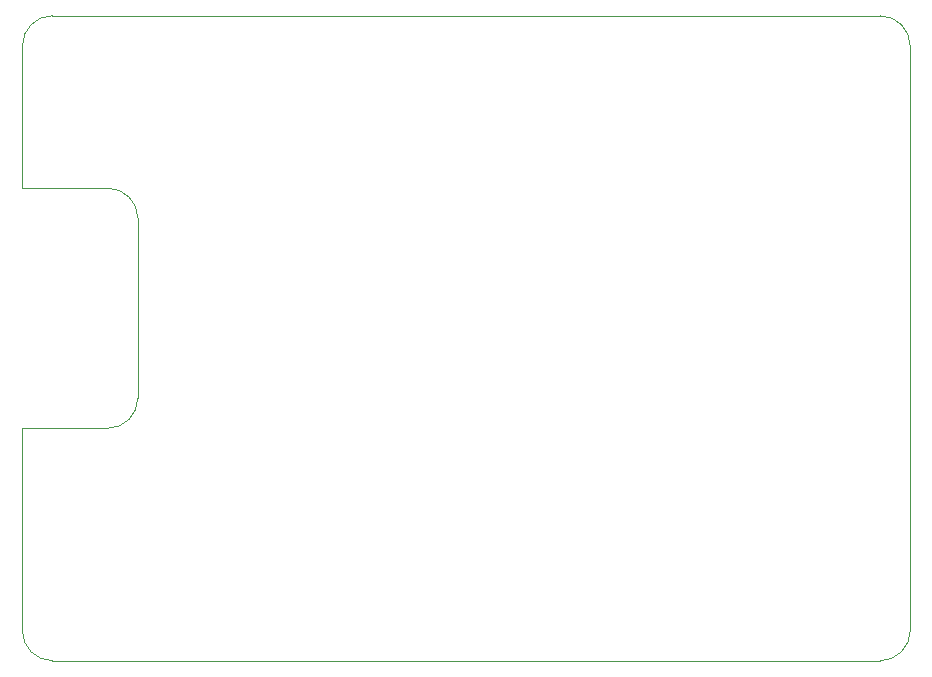
<source format=gbr>
%TF.GenerationSoftware,Altium Limited,Altium Designer,22.10.1 (41)*%
G04 Layer_Color=0*
%FSLAX45Y45*%
%MOMM*%
%TF.SameCoordinates,A8474BD1-FA4A-4BD0-88DA-22D9B4FA892B*%
%TF.FilePolarity,Positive*%
%TF.FileFunction,Profile,NP*%
%TF.Part,Single*%
G01*
G75*
%TA.AperFunction,Profile*%
%ADD676C,0.02540*%
D676*
X1117600Y254000D02*
Y1968500D01*
X1841500D01*
D02*
G03*
X2095500Y2222500I0J254000D01*
G01*
Y3746500D01*
D02*
G03*
X1841500Y4000500I-254000J0D01*
G01*
X1117600D01*
Y5207000D01*
D02*
G02*
X1371600Y5461000I254000J0D01*
G01*
X8379529D01*
D02*
G02*
X8635058Y5205471I0J-255529D01*
G01*
X8635192Y255256D01*
D02*
G02*
X8379936Y0I-255256J0D01*
G01*
X1371600D01*
D02*
G02*
X1117600Y254000I0J254000D01*
G01*
%TF.MD5,9e84f3afdb27fe89a04dcc1b35f737ec*%
M02*

</source>
